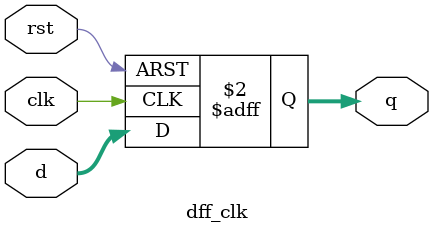
<source format=v>
module dff_clk (
	input 		  clk,
	input 		  rst,
	input 	   [31:0] d,
	output reg [31:0] q
);

always @(posedge clk or posedge rst) begin
	if(rst)
		q <= 32'b0;
	else
		q <= d;
		end
endmodule

</source>
